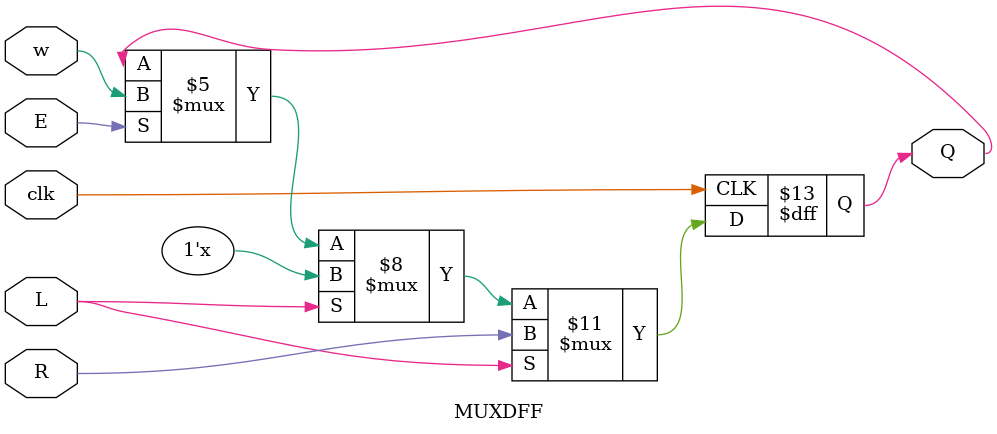
<source format=sv>
/*

Consider the n-bit shift register circuit shown below:



Write a top-level Verilog module (named top_module) for the shift register,
assuming that n = 4. Instantiate four copies of your MUXDFF subcircuit in your
top-level module. Assume that you are going to implement the circuit on the DE2
board.

Connect the R inputs to the SW switches,
clk to KEY[0],
E to KEY[1],
L to KEY[2], and
w to KEY[3].

Connect the outputs to the red lights LEDR[3:0].

(Reuse your MUXDFF from exams/2014_q4a.)

----- My code from exams/2014_q4a:

module top_module (
    input clk,
    input w, R, E, L,
    output Q
);

    always_ff @(posedge clk) begin
        // if L == 1 then
        //   Q = r
        // else
        //   if E == 1 then
        //      Q = w
        //   else
        //      Q = Q
        if (L == 1) begin
            Q = R;
        end else begin
            if (E == 1) begin
                Q = w;
            end else begin
                Q = Q;
            end
        end
    end

endmodule


*/

module top_module (
    input [3:0] SW,
    input [3:0] KEY,
    output [3:0] LEDR
); //

    MUXDFF m_0 (.clk(), .w(), .R(), .E(), .L(), .Q());
    MUXDFF m_1 (.clk(), .w(), .R(), .E(), .L(), .Q());
    MUXDFF m_2 (.clk(), .w(), .R(), .E(), .L(), .Q());
    MUXDFF m_3 (.clk(), .w(), .R(), .E(), .L(), .Q());

endmodule

module MUXDFF (
    input clk,
    input w, R, E, L,
    output Q
);

    always_ff @(posedge clk) begin
        if (L == 1) begin
            Q = R;
        end else begin
            if (E == 1) begin
                Q = w;
            end else begin
                Q = Q;
            end
        end
    end

endmodule

</source>
